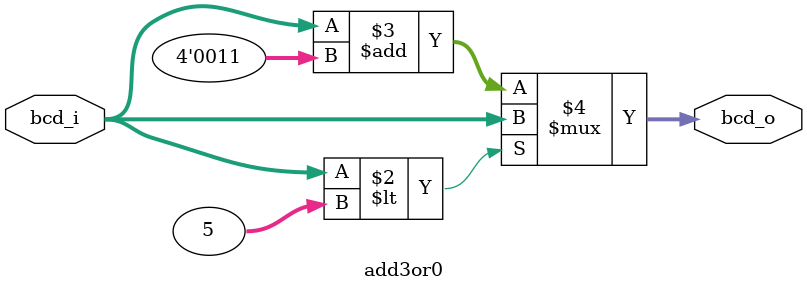
<source format=v>
module double_dabble (
    clk, 
    rst, 
    start, 
    binary, 
    done, 
    bcd
);

parameter W = 18;

input clk, rst, start;
input [W-1:0] binary;

output done;
output [4* $ceil(W/3.0)-1:0] bcd;

//meu código
reg [W-1:0] Rbin;
reg [4* $ceil(W/3.0)-1:0] Rbcd;
reg doneControl;
parameter maxBcd = ($ceil(W/3.0));
wire [3:0] addOut [$ceil(W/3.0):0];

assign bcd = Rbcd;
assign done = doneControl;


reg [1:0] state;
localparam alocState = 2'b00;
localparam shiftState = 2'b01;
localparam correctiontState = 2'b10;
localparam doneState = 2'b11;

//wire [3:0] addOut;
reg [4* $ceil(W/3.0)-1:0] temp;

genvar maxBcd_g;
generate
    for (maxBcd_g = 0; maxBcd_g < $ceil(W/3.0); maxBcd_g = maxBcd_g+1) begin
        add3or0 add3or0_0 (
            .bcd_i(Rbcd[4*maxBcd_g+3:4*maxBcd_g]), 
            .bcd_o(addOut[maxBcd_g])
        );
    end
endgenerate


integer j = 0;
integer i = 0;

always @(posedge clk or posedge rst) begin
    if(rst) begin
        doneControl = 1'b0;
        state = alocState;
    end
    case (state)
        alocState: begin
            Rbin = binary;
            Rbcd = 0;
            i = 0;
        end

        shiftState: begin
            Rbcd <= {Rbcd[24-2:0], Rbin[W-1]};
            Rbin <= Rbin << 1;
        end

        correctiontState: begin
            for(j = maxBcd; j >= 0; j = j-1) begin
                temp = {temp, addOut[j]};
            end
            Rbcd = temp;
        end
        doneState: begin
            doneControl = 1'b1;
        end
        default: state = alocState;
    endcase
end

always @(state or posedge clk) begin
    if(rst) state = alocState;
    case (state)
        alocState: begin
            if(start) begin
                state = shiftState;
            end
        end
        shiftState: begin
            i = i+1;
            if (i == W) begin
                state = doneState;
            end
            else begin
                state = correctiontState;
            end
        end
        correctiontState: begin
                state = shiftState;
        end
        doneState: begin
            if(!start)begin
                state = alocState;
            end
        end
        default: state = alocState; 
    endcase
end

endmodule


module add3or0 (
    bcd_i, 
    bcd_o
);

input [3:0] bcd_i;
output [3:0] bcd_o;

assign bcd_o = (bcd_i < 5) ? bcd_i : bcd_i + 4'b0011;
endmodule


/*
//Testbench
module tb_double_dabble;

parameter W = 18;

reg clk;
reg rst;
reg start;
reg [W-1:0] binary;

wire done;
wire [4* $ceil(W/3.0)-1:0] bcd;

double_dabble dut (
    .clk(clk),
    .rst(rst),
    .start(start),
    .binary(binary),
    .done(done),
    .bcd(bcd)
);


always #1 clk = ~clk;

initial begin
    $dumpfile("tb_double_dabble.vcd");
    $dumpvars(0, tb_double_dabble);
    clk = 1'b0;
    #10;
    rst = 0;
    #10;
    binary = 12895;
    start = 1;
    #100;
    start = 0;
    binary = 54345;
    #15 start = 1;
    #100;
    $finish;
end

endmodule
*/
</source>
